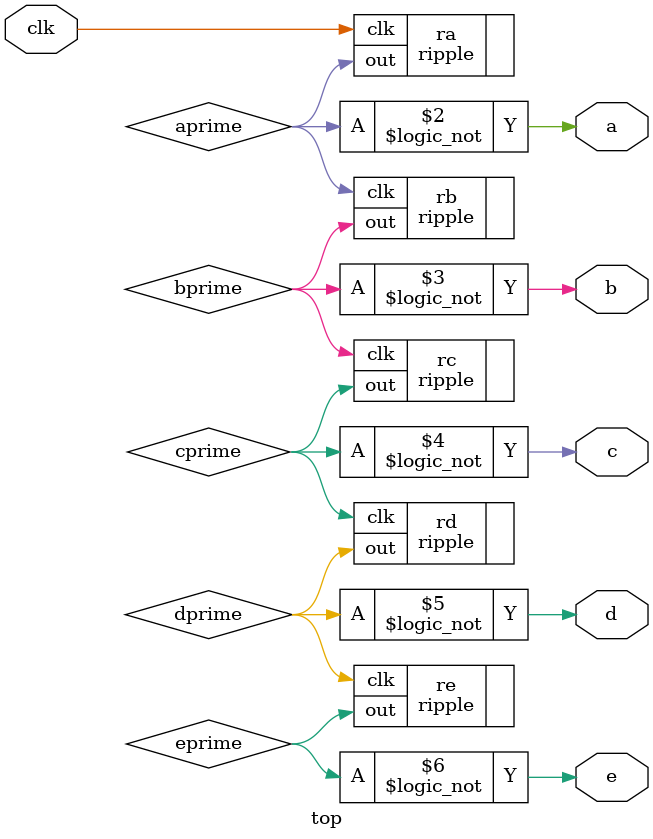
<source format=sv>
module top(
    input logic clk,
    output logic a,
    output logic b,
    output logic c,
    output logic d,
    output logic e
);
    logic aprime;
    logic bprime;
    logic cprime;
    logic dprime;
    logic eprime;


    always_comb begin
        a = !aprime;
        b = !bprime;
        c = !cprime;
        d = !dprime;
        e = !eprime;
    end

    ripple ra(
        .clk(clk),
        .out(aprime)
    );

    ripple rb(
        .clk(aprime),
        .out(bprime)
    );

    ripple rc(
        .clk(bprime),
        .out(cprime)
    );

    ripple rd(
        .clk(cprime),
        .out(dprime)
    );

    ripple re(
        .clk(dprime),
        .out(eprime)
    );

endmodule

</source>
